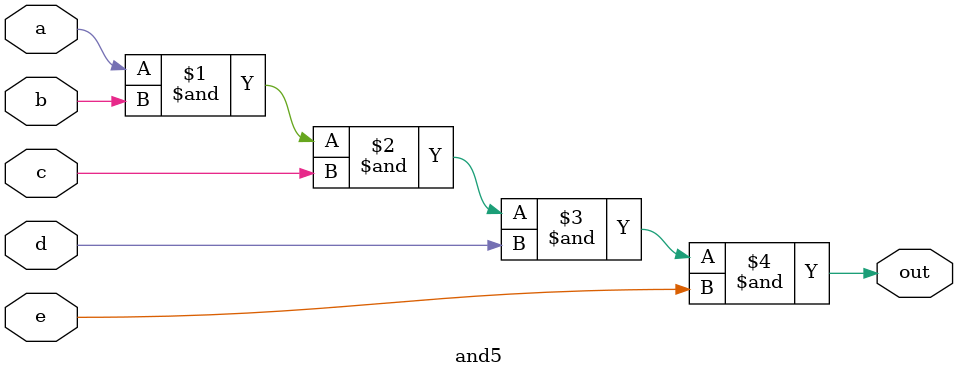
<source format=v>
`timescale 1 ns / 1 ns

module and5(a, b, c, d, e, out);

input a, b, c, d, e;
output out;

assign #10 out = a & b & c & d & e;
endmodule

</source>
